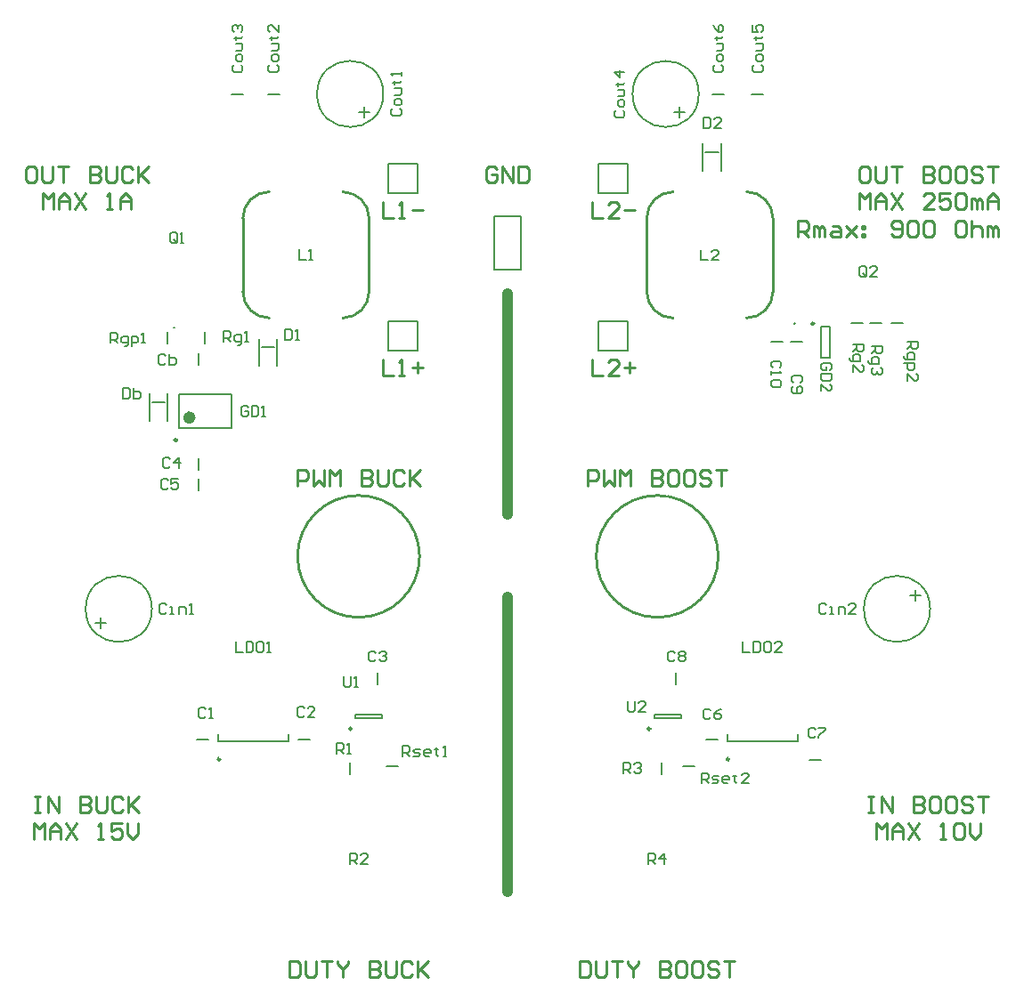
<source format=gto>
G04 Layer_Color=65535*
%FSLAX44Y44*%
%MOMM*%
G71*
G01*
G75*
%ADD20C,0.6000*%
%ADD21C,0.2540*%
%ADD22C,1.0000*%
%ADD33C,0.2000*%
%ADD34C,0.2500*%
%ADD35C,0.1500*%
G36*
X683230Y1168427D02*
X683512Y1168146D01*
X683664Y1167778D01*
Y1167580D01*
Y1167381D01*
X683512Y1167013D01*
X683230Y1166732D01*
X682863Y1166580D01*
X682465D01*
X682097Y1166732D01*
X681816Y1167013D01*
X681664Y1167381D01*
Y1167580D01*
Y1167778D01*
X681816Y1168146D01*
X682097Y1168427D01*
X682465Y1168580D01*
X682863D01*
X683230Y1168427D01*
D02*
G37*
G36*
X1273230Y1172427D02*
X1273512Y1172146D01*
X1273664Y1171778D01*
Y1171580D01*
Y1171381D01*
X1273512Y1171013D01*
X1273230Y1170732D01*
X1272863Y1170580D01*
X1272465D01*
X1272097Y1170732D01*
X1271816Y1171013D01*
X1271664Y1171381D01*
Y1171580D01*
Y1171778D01*
X1271816Y1172146D01*
X1272097Y1172427D01*
X1272465Y1172580D01*
X1272863D01*
X1273230Y1172427D01*
D02*
G37*
D20*
X700000Y1082000D02*
G03*
X700000Y1082000I-3000J0D01*
G01*
D21*
X1252000Y1271850D02*
G03*
X1227000Y1296850I-25000J0D01*
G01*
X1132000Y1201850D02*
G03*
X1157000Y1176850I25000J0D01*
G01*
X1227000D02*
G03*
X1252000Y1201850I0J25000D01*
G01*
X1157000Y1296850D02*
G03*
X1132000Y1271850I0J-25000D01*
G01*
X868000D02*
G03*
X843000Y1296850I-25000J0D01*
G01*
X748000Y1201850D02*
G03*
X773000Y1176850I25000J0D01*
G01*
X843000D02*
G03*
X868000Y1201850I0J25000D01*
G01*
X773000Y1296850D02*
G03*
X748000Y1271850I0J-25000D01*
G01*
X1200000Y950000D02*
G03*
X1200000Y950000I-58000J0D01*
G01*
X916000D02*
G03*
X916000Y950000I-58000J0D01*
G01*
X1252000Y1201850D02*
Y1271850D01*
X1132000Y1201850D02*
Y1271850D01*
X868000Y1201850D02*
Y1271850D01*
X748000Y1201850D02*
Y1271850D01*
X1079754Y1287267D02*
Y1272032D01*
X1089911D01*
X1105146D02*
X1094989D01*
X1105146Y1282189D01*
Y1284728D01*
X1102607Y1287267D01*
X1097528D01*
X1094989Y1284728D01*
X1110224Y1279650D02*
X1120381D01*
X1079754Y1137407D02*
Y1122172D01*
X1089911D01*
X1105146D02*
X1094989D01*
X1105146Y1132329D01*
Y1134868D01*
X1102607Y1137407D01*
X1097528D01*
X1094989Y1134868D01*
X1110224Y1129790D02*
X1120381D01*
X1115303Y1134868D02*
Y1124711D01*
X880872Y1287267D02*
Y1272032D01*
X891029D01*
X896107D02*
X901185D01*
X898646D01*
Y1287267D01*
X896107Y1284728D01*
X908803Y1279650D02*
X918960D01*
X880872Y1137407D02*
Y1122172D01*
X891029D01*
X896107D02*
X901185D01*
X898646D01*
Y1137407D01*
X896107Y1134868D01*
X908803Y1129790D02*
X918960D01*
X913881Y1134868D02*
Y1124711D01*
X1075944Y1017016D02*
Y1032251D01*
X1083561D01*
X1086101Y1029712D01*
Y1024633D01*
X1083561Y1022094D01*
X1075944D01*
X1091179Y1032251D02*
Y1017016D01*
X1096257Y1022094D01*
X1101336Y1017016D01*
Y1032251D01*
X1106414Y1017016D02*
Y1032251D01*
X1111492Y1027173D01*
X1116571Y1032251D01*
Y1017016D01*
X1136884Y1032251D02*
Y1017016D01*
X1144502D01*
X1147041Y1019555D01*
Y1022094D01*
X1144502Y1024633D01*
X1136884D01*
X1144502D01*
X1147041Y1027173D01*
Y1029712D01*
X1144502Y1032251D01*
X1136884D01*
X1159737D02*
X1154659D01*
X1152119Y1029712D01*
Y1019555D01*
X1154659Y1017016D01*
X1159737D01*
X1162276Y1019555D01*
Y1029712D01*
X1159737Y1032251D01*
X1174972D02*
X1169894D01*
X1167354Y1029712D01*
Y1019555D01*
X1169894Y1017016D01*
X1174972D01*
X1177511Y1019555D01*
Y1029712D01*
X1174972Y1032251D01*
X1192746Y1029712D02*
X1190207Y1032251D01*
X1185129D01*
X1182589Y1029712D01*
Y1027173D01*
X1185129Y1024633D01*
X1190207D01*
X1192746Y1022094D01*
Y1019555D01*
X1190207Y1017016D01*
X1185129D01*
X1182589Y1019555D01*
X1197825Y1032251D02*
X1207981D01*
X1202903D01*
Y1017016D01*
X799592D02*
Y1032251D01*
X807209D01*
X809749Y1029712D01*
Y1024633D01*
X807209Y1022094D01*
X799592D01*
X814827Y1032251D02*
Y1017016D01*
X819905Y1022094D01*
X824984Y1017016D01*
Y1032251D01*
X830062Y1017016D02*
Y1032251D01*
X835141Y1027173D01*
X840219Y1032251D01*
Y1017016D01*
X860532Y1032251D02*
Y1017016D01*
X868150D01*
X870689Y1019555D01*
Y1022094D01*
X868150Y1024633D01*
X860532D01*
X868150D01*
X870689Y1027173D01*
Y1029712D01*
X868150Y1032251D01*
X860532D01*
X875767D02*
Y1019555D01*
X878307Y1017016D01*
X883385D01*
X885924Y1019555D01*
Y1032251D01*
X901159Y1029712D02*
X898620Y1032251D01*
X893542D01*
X891002Y1029712D01*
Y1019555D01*
X893542Y1017016D01*
X898620D01*
X901159Y1019555D01*
X906237Y1032251D02*
Y1017016D01*
Y1022094D01*
X916394Y1032251D01*
X908777Y1024633D01*
X916394Y1017016D01*
X558038Y1280668D02*
Y1295903D01*
X563116Y1290825D01*
X568195Y1295903D01*
Y1280668D01*
X573273D02*
Y1290825D01*
X578351Y1295903D01*
X583430Y1290825D01*
Y1280668D01*
Y1288286D01*
X573273D01*
X588508Y1295903D02*
X598665Y1280668D01*
Y1295903D02*
X588508Y1280668D01*
X618978D02*
X624057D01*
X621517D01*
Y1295903D01*
X618978Y1293364D01*
X631674Y1280668D02*
Y1290825D01*
X636753Y1295903D01*
X641831Y1290825D01*
Y1280668D01*
Y1288286D01*
X631674D01*
X549146Y1321303D02*
X544067D01*
X541528Y1318764D01*
Y1308607D01*
X544067Y1306068D01*
X549146D01*
X551685Y1308607D01*
Y1318764D01*
X549146Y1321303D01*
X556763D02*
Y1308607D01*
X559302Y1306068D01*
X564381D01*
X566920Y1308607D01*
Y1321303D01*
X571998D02*
X582155D01*
X577076D01*
Y1306068D01*
X602468Y1321303D02*
Y1306068D01*
X610086D01*
X612625Y1308607D01*
Y1311146D01*
X610086Y1313685D01*
X602468D01*
X610086D01*
X612625Y1316225D01*
Y1318764D01*
X610086Y1321303D01*
X602468D01*
X617703D02*
Y1308607D01*
X620243Y1306068D01*
X625321D01*
X627860Y1308607D01*
Y1321303D01*
X643095Y1318764D02*
X640556Y1321303D01*
X635478D01*
X632938Y1318764D01*
Y1308607D01*
X635478Y1306068D01*
X640556D01*
X643095Y1308607D01*
X648174Y1321303D02*
Y1306068D01*
Y1311146D01*
X658330Y1321303D01*
X650713Y1313685D01*
X658330Y1306068D01*
X1334008Y1280668D02*
Y1295903D01*
X1339086Y1290825D01*
X1344165Y1295903D01*
Y1280668D01*
X1349243D02*
Y1290825D01*
X1354321Y1295903D01*
X1359400Y1290825D01*
Y1280668D01*
Y1288286D01*
X1349243D01*
X1364478Y1295903D02*
X1374635Y1280668D01*
Y1295903D02*
X1364478Y1280668D01*
X1405105D02*
X1394948D01*
X1405105Y1290825D01*
Y1293364D01*
X1402566Y1295903D01*
X1397487D01*
X1394948Y1293364D01*
X1420340Y1295903D02*
X1410183D01*
Y1288286D01*
X1415262Y1290825D01*
X1417801D01*
X1420340Y1288286D01*
Y1283207D01*
X1417801Y1280668D01*
X1412722D01*
X1410183Y1283207D01*
X1425418Y1293364D02*
X1427958Y1295903D01*
X1433036D01*
X1435575Y1293364D01*
Y1283207D01*
X1433036Y1280668D01*
X1427958D01*
X1425418Y1283207D01*
Y1293364D01*
X1440654Y1280668D02*
Y1290825D01*
X1443193D01*
X1445732Y1288286D01*
Y1280668D01*
Y1288286D01*
X1448271Y1290825D01*
X1450810Y1288286D01*
Y1280668D01*
X1455889D02*
Y1290825D01*
X1460967Y1295903D01*
X1466045Y1290825D01*
Y1280668D01*
Y1288286D01*
X1455889D01*
X1341626Y1321303D02*
X1336547D01*
X1334008Y1318764D01*
Y1308607D01*
X1336547Y1306068D01*
X1341626D01*
X1344165Y1308607D01*
Y1318764D01*
X1341626Y1321303D01*
X1349243D02*
Y1308607D01*
X1351782Y1306068D01*
X1356861D01*
X1359400Y1308607D01*
Y1321303D01*
X1364478D02*
X1374635D01*
X1369556D01*
Y1306068D01*
X1394948Y1321303D02*
Y1306068D01*
X1402566D01*
X1405105Y1308607D01*
Y1311146D01*
X1402566Y1313685D01*
X1394948D01*
X1402566D01*
X1405105Y1316225D01*
Y1318764D01*
X1402566Y1321303D01*
X1394948D01*
X1417801D02*
X1412722D01*
X1410183Y1318764D01*
Y1308607D01*
X1412722Y1306068D01*
X1417801D01*
X1420340Y1308607D01*
Y1318764D01*
X1417801Y1321303D01*
X1433036D02*
X1427958D01*
X1425418Y1318764D01*
Y1308607D01*
X1427958Y1306068D01*
X1433036D01*
X1435575Y1308607D01*
Y1318764D01*
X1433036Y1321303D01*
X1450810Y1318764D02*
X1448271Y1321303D01*
X1443193D01*
X1440654Y1318764D01*
Y1316225D01*
X1443193Y1313685D01*
X1448271D01*
X1450810Y1311146D01*
Y1308607D01*
X1448271Y1306068D01*
X1443193D01*
X1440654Y1308607D01*
X1455889Y1321303D02*
X1466045D01*
X1460967D01*
Y1306068D01*
X989835Y1318764D02*
X987296Y1321303D01*
X982217D01*
X979678Y1318764D01*
Y1308607D01*
X982217Y1306068D01*
X987296D01*
X989835Y1308607D01*
Y1313685D01*
X984756D01*
X994913Y1306068D02*
Y1321303D01*
X1005070Y1306068D01*
Y1321303D01*
X1010148D02*
Y1306068D01*
X1017766D01*
X1020305Y1308607D01*
Y1318764D01*
X1017766Y1321303D01*
X1010148D01*
X1350518Y680720D02*
Y695955D01*
X1355596Y690877D01*
X1360675Y695955D01*
Y680720D01*
X1365753D02*
Y690877D01*
X1370831Y695955D01*
X1375910Y690877D01*
Y680720D01*
Y688337D01*
X1365753D01*
X1380988Y695955D02*
X1391145Y680720D01*
Y695955D02*
X1380988Y680720D01*
X1411458D02*
X1416537D01*
X1413997D01*
Y695955D01*
X1411458Y693416D01*
X1424154D02*
X1426693Y695955D01*
X1431772D01*
X1434311Y693416D01*
Y683259D01*
X1431772Y680720D01*
X1426693D01*
X1424154Y683259D01*
Y693416D01*
X1439389Y695955D02*
Y685798D01*
X1444468Y680720D01*
X1449546Y685798D01*
Y695955D01*
X1342898Y721355D02*
X1347976D01*
X1345437D01*
Y706120D01*
X1342898D01*
X1347976D01*
X1355594D02*
Y721355D01*
X1365751Y706120D01*
Y721355D01*
X1386064D02*
Y706120D01*
X1393682D01*
X1396221Y708659D01*
Y711198D01*
X1393682Y713737D01*
X1386064D01*
X1393682D01*
X1396221Y716277D01*
Y718816D01*
X1393682Y721355D01*
X1386064D01*
X1408917D02*
X1403838D01*
X1401299Y718816D01*
Y708659D01*
X1403838Y706120D01*
X1408917D01*
X1411456Y708659D01*
Y718816D01*
X1408917Y721355D01*
X1424152D02*
X1419073D01*
X1416534Y718816D01*
Y708659D01*
X1419073Y706120D01*
X1424152D01*
X1426691Y708659D01*
Y718816D01*
X1424152Y721355D01*
X1441926Y718816D02*
X1439387Y721355D01*
X1434308D01*
X1431769Y718816D01*
Y716277D01*
X1434308Y713737D01*
X1439387D01*
X1441926Y711198D01*
Y708659D01*
X1439387Y706120D01*
X1434308D01*
X1431769Y708659D01*
X1447004Y721355D02*
X1457161D01*
X1452083D01*
Y706120D01*
X549148Y680720D02*
Y695955D01*
X554226Y690877D01*
X559305Y695955D01*
Y680720D01*
X564383D02*
Y690877D01*
X569461Y695955D01*
X574540Y690877D01*
Y680720D01*
Y688337D01*
X564383D01*
X579618Y695955D02*
X589775Y680720D01*
Y695955D02*
X579618Y680720D01*
X610088D02*
X615167D01*
X612627D01*
Y695955D01*
X610088Y693416D01*
X632941Y695955D02*
X622784D01*
Y688337D01*
X627863Y690877D01*
X630402D01*
X632941Y688337D01*
Y683259D01*
X630402Y680720D01*
X625323D01*
X622784Y683259D01*
X638019Y695955D02*
Y685798D01*
X643098Y680720D01*
X648176Y685798D01*
Y695955D01*
X550418Y721355D02*
X555496D01*
X552957D01*
Y706120D01*
X550418D01*
X555496D01*
X563114D02*
Y721355D01*
X573271Y706120D01*
Y721355D01*
X593584D02*
Y706120D01*
X601202D01*
X603741Y708659D01*
Y711198D01*
X601202Y713737D01*
X593584D01*
X601202D01*
X603741Y716277D01*
Y718816D01*
X601202Y721355D01*
X593584D01*
X608819D02*
Y708659D01*
X611358Y706120D01*
X616437D01*
X618976Y708659D01*
Y721355D01*
X634211Y718816D02*
X631672Y721355D01*
X626593D01*
X624054Y718816D01*
Y708659D01*
X626593Y706120D01*
X631672D01*
X634211Y708659D01*
X639289Y721355D02*
Y706120D01*
Y711198D01*
X649446Y721355D01*
X641828Y713737D01*
X649446Y706120D01*
X1068452Y565235D02*
Y550000D01*
X1076070D01*
X1078609Y552539D01*
Y562696D01*
X1076070Y565235D01*
X1068452D01*
X1083687D02*
Y552539D01*
X1086226Y550000D01*
X1091305D01*
X1093844Y552539D01*
Y565235D01*
X1098922D02*
X1109079D01*
X1104000D01*
Y550000D01*
X1114157Y565235D02*
Y562696D01*
X1119236Y557617D01*
X1124314Y562696D01*
Y565235D01*
X1119236Y557617D02*
Y550000D01*
X1144627Y565235D02*
Y550000D01*
X1152245D01*
X1154784Y552539D01*
Y555078D01*
X1152245Y557617D01*
X1144627D01*
X1152245D01*
X1154784Y560157D01*
Y562696D01*
X1152245Y565235D01*
X1144627D01*
X1167480D02*
X1162402D01*
X1159863Y562696D01*
Y552539D01*
X1162402Y550000D01*
X1167480D01*
X1170019Y552539D01*
Y562696D01*
X1167480Y565235D01*
X1182715D02*
X1177637D01*
X1175098Y562696D01*
Y552539D01*
X1177637Y550000D01*
X1182715D01*
X1185254Y552539D01*
Y562696D01*
X1182715Y565235D01*
X1200489Y562696D02*
X1197950Y565235D01*
X1192872D01*
X1190333Y562696D01*
Y560157D01*
X1192872Y557617D01*
X1197950D01*
X1200489Y555078D01*
Y552539D01*
X1197950Y550000D01*
X1192872D01*
X1190333Y552539D01*
X1205568Y565235D02*
X1215724D01*
X1210646D01*
Y550000D01*
X792098Y565235D02*
Y550000D01*
X799715D01*
X802255Y552539D01*
Y562696D01*
X799715Y565235D01*
X792098D01*
X807333D02*
Y552539D01*
X809872Y550000D01*
X814951D01*
X817490Y552539D01*
Y565235D01*
X822568D02*
X832725D01*
X827646D01*
Y550000D01*
X837803Y565235D02*
Y562696D01*
X842882Y557617D01*
X847960Y562696D01*
Y565235D01*
X842882Y557617D02*
Y550000D01*
X868273Y565235D02*
Y550000D01*
X875891D01*
X878430Y552539D01*
Y555078D01*
X875891Y557617D01*
X868273D01*
X875891D01*
X878430Y560157D01*
Y562696D01*
X875891Y565235D01*
X868273D01*
X883508D02*
Y552539D01*
X886048Y550000D01*
X891126D01*
X893665Y552539D01*
Y565235D01*
X908900Y562696D02*
X906361Y565235D01*
X901283D01*
X898744Y562696D01*
Y552539D01*
X901283Y550000D01*
X906361D01*
X908900Y552539D01*
X913979Y565235D02*
Y550000D01*
Y555078D01*
X924135Y565235D01*
X916518Y557617D01*
X924135Y550000D01*
X1276000Y1254000D02*
Y1269235D01*
X1283618D01*
X1286157Y1266696D01*
Y1261618D01*
X1283618Y1259078D01*
X1276000D01*
X1281078D02*
X1286157Y1254000D01*
X1291235D02*
Y1264157D01*
X1293774D01*
X1296313Y1261618D01*
Y1254000D01*
Y1261618D01*
X1298853Y1264157D01*
X1301392Y1261618D01*
Y1254000D01*
X1309009Y1264157D02*
X1314088D01*
X1316627Y1261618D01*
Y1254000D01*
X1309009D01*
X1306470Y1256539D01*
X1309009Y1259078D01*
X1316627D01*
X1321705Y1264157D02*
X1331862Y1254000D01*
X1326784Y1259078D01*
X1331862Y1264157D01*
X1321705Y1254000D01*
X1336940Y1264157D02*
X1339480D01*
Y1261618D01*
X1336940D01*
Y1264157D01*
Y1256539D02*
X1339480D01*
Y1254000D01*
X1336940D01*
Y1256539D01*
X1364871D02*
X1367410Y1254000D01*
X1372489D01*
X1375028Y1256539D01*
Y1266696D01*
X1372489Y1269235D01*
X1367410D01*
X1364871Y1266696D01*
Y1264157D01*
X1367410Y1261618D01*
X1375028D01*
X1380106Y1266696D02*
X1382646Y1269235D01*
X1387724D01*
X1390263Y1266696D01*
Y1256539D01*
X1387724Y1254000D01*
X1382646D01*
X1380106Y1256539D01*
Y1266696D01*
X1395341D02*
X1397881Y1269235D01*
X1402959D01*
X1405498Y1266696D01*
Y1256539D01*
X1402959Y1254000D01*
X1397881D01*
X1395341Y1256539D01*
Y1266696D01*
X1433429Y1269235D02*
X1428351D01*
X1425811Y1266696D01*
Y1256539D01*
X1428351Y1254000D01*
X1433429D01*
X1435968Y1256539D01*
Y1266696D01*
X1433429Y1269235D01*
X1441047D02*
Y1254000D01*
Y1261618D01*
X1443586Y1264157D01*
X1448664D01*
X1451203Y1261618D01*
Y1254000D01*
X1456282D02*
Y1264157D01*
X1458821D01*
X1461360Y1261618D01*
Y1254000D01*
Y1261618D01*
X1463899Y1264157D01*
X1466438Y1261618D01*
Y1254000D01*
D22*
X1000000Y990000D02*
Y1200000D01*
X1000000Y631000D02*
Y911000D01*
D33*
X881500Y1390000D02*
G03*
X881500Y1390000I-31500J0D01*
G01*
X661500Y900000D02*
G03*
X661500Y900000I-31500J0D01*
G01*
X1401500D02*
G03*
X1401500Y900000I-31500J0D01*
G01*
X1181500Y1390000D02*
G03*
X1181500Y1390000I-31500J0D01*
G01*
X886000Y1324000D02*
X914000D01*
X914000Y1296000D02*
Y1324000D01*
X886000Y1296000D02*
X914000D01*
X886000Y1296000D02*
Y1324000D01*
X1086000D02*
X1114000D01*
X1114000Y1296000D02*
Y1324000D01*
X1086000Y1296000D02*
X1114000D01*
X1086000Y1296000D02*
Y1324000D01*
X863000Y1367670D02*
Y1377830D01*
X857920Y1372750D02*
X868080D01*
X607670Y887000D02*
X617830D01*
X612750Y881920D02*
Y892080D01*
X1382170Y913000D02*
X1392330D01*
X1387250Y907920D02*
Y918080D01*
X1163000Y1367670D02*
Y1377830D01*
X1157920Y1372750D02*
X1168080D01*
X886000Y1174000D02*
X914000D01*
X914000Y1146000D02*
Y1174000D01*
X886000Y1146000D02*
X914000D01*
X886000Y1146000D02*
Y1174000D01*
X1086000D02*
X1114000D01*
X1114000Y1146000D02*
Y1174000D01*
X1086000Y1146000D02*
X1114000D01*
X1086000Y1146000D02*
Y1174000D01*
X1298000Y1169000D02*
X1306000D01*
X1298000Y1139000D02*
X1306000D01*
X1298000D02*
Y1169000D01*
X1306000Y1139000D02*
Y1169000D01*
X766000Y1149002D02*
X778000D01*
X763500Y1131000D02*
Y1157000D01*
X780500Y1131000D02*
Y1157000D01*
X662000Y1097002D02*
X674000D01*
X659500Y1079000D02*
Y1105000D01*
X676500Y1079000D02*
Y1105000D01*
X1188000Y1335002D02*
X1200000D01*
X1185500Y1317000D02*
Y1343000D01*
X1202500Y1317000D02*
Y1343000D01*
X1139300Y799500D02*
X1164700D01*
X1139300Y796500D02*
X1164700D01*
Y799500D01*
X1139300Y796500D02*
Y799500D01*
X855300D02*
X880700D01*
X855300Y796500D02*
X880700D01*
Y799500D01*
X855300Y796500D02*
Y799500D01*
X676000Y1152500D02*
Y1163500D01*
X1231835Y1390001D02*
X1242834D01*
X1194500D02*
X1205500D01*
X737164Y1390000D02*
X748164D01*
X771832D02*
X782832D01*
X850000Y742500D02*
Y753500D01*
X724500Y774500D02*
Y781000D01*
X791500Y774500D02*
Y781000D01*
X724500Y774500D02*
X791500D01*
X1208500D02*
Y781000D01*
X1275500Y774500D02*
Y781000D01*
X1208500Y774500D02*
X1275500D01*
X800500Y776000D02*
X811500D01*
X704500D02*
X715500D01*
X1166500Y750000D02*
X1177500D01*
X1160000Y828500D02*
Y839500D01*
X876000Y828500D02*
Y839500D01*
X1146000Y742500D02*
Y753500D01*
X706000Y1012500D02*
Y1023500D01*
Y1032500D02*
Y1043500D01*
X712000Y1152500D02*
Y1163500D01*
X706000Y1132500D02*
Y1143500D01*
X1326500Y1172000D02*
X1337500D01*
X1364500Y1172000D02*
X1375500D01*
X1344500Y1172000D02*
X1355500D01*
X1250500Y1154000D02*
X1261500D01*
X1268500D02*
X1279500D01*
X1188500Y776000D02*
X1199500D01*
X884500Y750000D02*
X895500D01*
X687000Y1072000D02*
X737000D01*
X687000Y1104000D02*
X737000D01*
X687000Y1072000D02*
Y1104000D01*
X737000Y1072000D02*
Y1104000D01*
X1286500Y756000D02*
X1297500D01*
X1012700Y1222500D02*
Y1273300D01*
X987300D02*
X1012700D01*
X987300Y1222500D02*
Y1273300D01*
Y1222500D02*
X1012700D01*
D34*
X1291250Y1171500D02*
G03*
X1291250Y1171500I-1250J0D01*
G01*
X1135500Y786000D02*
G03*
X1135500Y786000I-1250J0D01*
G01*
X851500D02*
G03*
X851500Y786000I-1250J0D01*
G01*
X726450Y757000D02*
G03*
X726450Y757000I-1250J0D01*
G01*
X1210450D02*
G03*
X1210450Y757000I-1250J0D01*
G01*
X685450Y1060750D02*
G03*
X685450Y1060750I-1250J0D01*
G01*
D35*
X1102665Y1374200D02*
X1100999Y1372534D01*
Y1369202D01*
X1102665Y1367536D01*
X1109330D01*
X1110996Y1369202D01*
Y1372534D01*
X1109330Y1374200D01*
X1110996Y1379199D02*
Y1382531D01*
X1109330Y1384197D01*
X1105998D01*
X1104332Y1382531D01*
Y1379199D01*
X1105998Y1377533D01*
X1109330D01*
X1110996Y1379199D01*
X1104332Y1387530D02*
X1109330D01*
X1110996Y1389196D01*
Y1394194D01*
X1104332D01*
X1102665Y1399193D02*
X1104332D01*
Y1397526D01*
Y1400859D01*
Y1399193D01*
X1109330D01*
X1110996Y1400859D01*
Y1410855D02*
X1100999D01*
X1105998Y1405857D01*
Y1412522D01*
X622000Y1153000D02*
Y1162997D01*
X626998D01*
X628665Y1161331D01*
Y1157998D01*
X626998Y1156332D01*
X622000D01*
X625332D02*
X628665Y1153000D01*
X635329Y1149668D02*
X636995D01*
X638661Y1151334D01*
Y1159665D01*
X633663D01*
X631997Y1157998D01*
Y1154666D01*
X633663Y1153000D01*
X638661D01*
X641994Y1149668D02*
Y1159665D01*
X646992D01*
X648658Y1157998D01*
Y1154666D01*
X646992Y1153000D01*
X641994D01*
X651990D02*
X655323D01*
X653656D01*
Y1162997D01*
X651990Y1161331D01*
X1380000Y1154000D02*
X1389997D01*
Y1149002D01*
X1388331Y1147336D01*
X1384998D01*
X1383332Y1149002D01*
Y1154000D01*
Y1150668D02*
X1380000Y1147336D01*
X1376668Y1140671D02*
Y1139005D01*
X1378334Y1137339D01*
X1386664D01*
Y1142337D01*
X1384998Y1144003D01*
X1381666D01*
X1380000Y1142337D01*
Y1137339D01*
X1376668Y1134006D02*
X1386664D01*
Y1129008D01*
X1384998Y1127342D01*
X1381666D01*
X1380000Y1129008D01*
Y1134006D01*
Y1117345D02*
Y1124010D01*
X1386664Y1117345D01*
X1388331D01*
X1389997Y1119011D01*
Y1122344D01*
X1388331Y1124010D01*
X1302572Y903427D02*
X1300906Y905093D01*
X1297574D01*
X1295908Y903427D01*
Y896762D01*
X1297574Y895096D01*
X1300906D01*
X1302572Y896762D01*
X1305905Y895096D02*
X1309237D01*
X1307571D01*
Y901760D01*
X1305905D01*
X1314235Y895096D02*
Y901760D01*
X1319234D01*
X1320900Y900094D01*
Y895096D01*
X1330897D02*
X1324232D01*
X1330897Y901760D01*
Y903427D01*
X1329231Y905093D01*
X1325898D01*
X1324232Y903427D01*
X675701D02*
X674034Y905093D01*
X670702D01*
X669036Y903427D01*
Y896762D01*
X670702Y895096D01*
X674034D01*
X675701Y896762D01*
X679033Y895096D02*
X682365D01*
X680699D01*
Y901760D01*
X679033D01*
X687363Y895096D02*
Y901760D01*
X692362D01*
X694028Y900094D01*
Y895096D01*
X697360D02*
X700693D01*
X699026D01*
Y905093D01*
X697360Y903427D01*
X1258331Y1129335D02*
X1259997Y1131002D01*
Y1134334D01*
X1258331Y1136000D01*
X1251666D01*
X1250000Y1134334D01*
Y1131002D01*
X1251666Y1129335D01*
X1250000Y1126003D02*
Y1122671D01*
Y1124337D01*
X1259997D01*
X1258331Y1126003D01*
Y1117673D02*
X1259997Y1116006D01*
Y1112674D01*
X1258331Y1111008D01*
X1251666D01*
X1250000Y1112674D01*
Y1116006D01*
X1251666Y1117673D01*
X1258331D01*
X676665Y1022331D02*
X674998Y1023997D01*
X671666D01*
X670000Y1022331D01*
Y1015666D01*
X671666Y1014000D01*
X674998D01*
X676665Y1015666D01*
X686661Y1023997D02*
X679997D01*
Y1018998D01*
X683329Y1020665D01*
X684995D01*
X686661Y1018998D01*
Y1015666D01*
X684995Y1014000D01*
X681663D01*
X679997Y1015666D01*
X1196573Y1417634D02*
X1194907Y1415968D01*
Y1412636D01*
X1196573Y1410970D01*
X1203238D01*
X1204904Y1412636D01*
Y1415968D01*
X1203238Y1417634D01*
X1204904Y1422633D02*
Y1425965D01*
X1203238Y1427631D01*
X1199906D01*
X1198240Y1425965D01*
Y1422633D01*
X1199906Y1420967D01*
X1203238D01*
X1204904Y1422633D01*
X1198240Y1430964D02*
X1203238D01*
X1204904Y1432630D01*
Y1437628D01*
X1198240D01*
X1196573Y1442626D02*
X1198240D01*
Y1440960D01*
Y1444293D01*
Y1442626D01*
X1203238D01*
X1204904Y1444293D01*
X1194907Y1455956D02*
X1196573Y1452623D01*
X1199906Y1449291D01*
X1203238D01*
X1204904Y1450957D01*
Y1454289D01*
X1203238Y1455956D01*
X1201572D01*
X1199906Y1454289D01*
Y1449291D01*
X739445Y1417634D02*
X737779Y1415968D01*
Y1412636D01*
X739445Y1410970D01*
X746110D01*
X747776Y1412636D01*
Y1415968D01*
X746110Y1417634D01*
X747776Y1422633D02*
Y1425965D01*
X746110Y1427631D01*
X742778D01*
X741112Y1425965D01*
Y1422633D01*
X742778Y1420967D01*
X746110D01*
X747776Y1422633D01*
X741112Y1430964D02*
X746110D01*
X747776Y1432630D01*
Y1437628D01*
X741112D01*
X739445Y1442626D02*
X741112D01*
Y1440960D01*
Y1444293D01*
Y1442626D01*
X746110D01*
X747776Y1444293D01*
X739445Y1449291D02*
X737779Y1450957D01*
Y1454289D01*
X739445Y1455956D01*
X741112D01*
X742778Y1454289D01*
Y1452623D01*
Y1454289D01*
X744444Y1455956D01*
X746110D01*
X747776Y1454289D01*
Y1450957D01*
X746110Y1449291D01*
X1233911Y1417634D02*
X1232245Y1415968D01*
Y1412636D01*
X1233911Y1410970D01*
X1240576D01*
X1242242Y1412636D01*
Y1415968D01*
X1240576Y1417634D01*
X1242242Y1422633D02*
Y1425965D01*
X1240576Y1427631D01*
X1237244D01*
X1235577Y1425965D01*
Y1422633D01*
X1237244Y1420967D01*
X1240576D01*
X1242242Y1422633D01*
X1235577Y1430964D02*
X1240576D01*
X1242242Y1432630D01*
Y1437628D01*
X1235577D01*
X1233911Y1442626D02*
X1235577D01*
Y1440960D01*
Y1444293D01*
Y1442626D01*
X1240576D01*
X1242242Y1444293D01*
X1232245Y1455956D02*
Y1449291D01*
X1237244D01*
X1235577Y1452623D01*
Y1454289D01*
X1237244Y1455956D01*
X1240576D01*
X1242242Y1454289D01*
Y1450957D01*
X1240576Y1449291D01*
X773989Y1417634D02*
X772323Y1415968D01*
Y1412636D01*
X773989Y1410970D01*
X780654D01*
X782320Y1412636D01*
Y1415968D01*
X780654Y1417634D01*
X782320Y1422633D02*
Y1425965D01*
X780654Y1427631D01*
X777322D01*
X775656Y1425965D01*
Y1422633D01*
X777322Y1420967D01*
X780654D01*
X782320Y1422633D01*
X775656Y1430964D02*
X780654D01*
X782320Y1432630D01*
Y1437628D01*
X775656D01*
X773989Y1442626D02*
X775656D01*
Y1440960D01*
Y1444293D01*
Y1442626D01*
X780654D01*
X782320Y1444293D01*
Y1455956D02*
Y1449291D01*
X775656Y1455956D01*
X773989D01*
X772323Y1454289D01*
Y1450957D01*
X773989Y1449291D01*
X890829Y1375724D02*
X889163Y1374058D01*
Y1370726D01*
X890829Y1369060D01*
X897494D01*
X899160Y1370726D01*
Y1374058D01*
X897494Y1375724D01*
X899160Y1380723D02*
Y1384055D01*
X897494Y1385721D01*
X894162D01*
X892495Y1384055D01*
Y1380723D01*
X894162Y1379057D01*
X897494D01*
X899160Y1380723D01*
X892495Y1389054D02*
X897494D01*
X899160Y1390720D01*
Y1395718D01*
X892495D01*
X890829Y1400717D02*
X892495D01*
Y1399050D01*
Y1402383D01*
Y1400717D01*
X897494D01*
X899160Y1402383D01*
Y1407381D02*
Y1410713D01*
Y1409047D01*
X889163D01*
X890829Y1407381D01*
X674665Y1140331D02*
X672998Y1141997D01*
X669666D01*
X668000Y1140331D01*
Y1133666D01*
X669666Y1132000D01*
X672998D01*
X674665Y1133666D01*
X677997Y1141997D02*
Y1132000D01*
X682995D01*
X684661Y1133666D01*
Y1135332D01*
Y1136998D01*
X682995Y1138664D01*
X677997D01*
X1278331Y1115335D02*
X1279997Y1117002D01*
Y1120334D01*
X1278331Y1122000D01*
X1271666D01*
X1270000Y1120334D01*
Y1117002D01*
X1271666Y1115335D01*
Y1112003D02*
X1270000Y1110337D01*
Y1107005D01*
X1271666Y1105339D01*
X1278331D01*
X1279997Y1107005D01*
Y1110337D01*
X1278331Y1112003D01*
X1276665D01*
X1274998Y1110337D01*
Y1105339D01*
X1158664Y858331D02*
X1156998Y859997D01*
X1153666D01*
X1152000Y858331D01*
Y851666D01*
X1153666Y850000D01*
X1156998D01*
X1158664Y851666D01*
X1161997Y858331D02*
X1163663Y859997D01*
X1166995D01*
X1168661Y858331D01*
Y856665D01*
X1166995Y854998D01*
X1168661Y853332D01*
Y851666D01*
X1166995Y850000D01*
X1163663D01*
X1161997Y851666D01*
Y853332D01*
X1163663Y854998D01*
X1161997Y856665D01*
Y858331D01*
X1163663Y854998D02*
X1166995D01*
X1292222Y785507D02*
X1290556Y787173D01*
X1287224D01*
X1285558Y785507D01*
Y778842D01*
X1287224Y777176D01*
X1290556D01*
X1292222Y778842D01*
X1295555Y787173D02*
X1302219D01*
Y785507D01*
X1295555Y778842D01*
Y777176D01*
X1192664Y803331D02*
X1190998Y804997D01*
X1187666D01*
X1186000Y803331D01*
Y796666D01*
X1187666Y795000D01*
X1190998D01*
X1192664Y796666D01*
X1202661Y804997D02*
X1199329Y803331D01*
X1195997Y799998D01*
Y796666D01*
X1197663Y795000D01*
X1200995D01*
X1202661Y796666D01*
Y798332D01*
X1200995Y799998D01*
X1195997D01*
X678664Y1042331D02*
X676998Y1043997D01*
X673666D01*
X672000Y1042331D01*
Y1035666D01*
X673666Y1034000D01*
X676998D01*
X678664Y1035666D01*
X686995Y1034000D02*
Y1043997D01*
X681997Y1038998D01*
X688661D01*
X874665Y858331D02*
X872998Y859997D01*
X869666D01*
X868000Y858331D01*
Y851666D01*
X869666Y850000D01*
X872998D01*
X874665Y851666D01*
X877997Y858331D02*
X879663Y859997D01*
X882995D01*
X884661Y858331D01*
Y856665D01*
X882995Y854998D01*
X881329D01*
X882995D01*
X884661Y853332D01*
Y851666D01*
X882995Y850000D01*
X879663D01*
X877997Y851666D01*
X806256Y805415D02*
X804590Y807081D01*
X801258D01*
X799592Y805415D01*
Y798750D01*
X801258Y797084D01*
X804590D01*
X806256Y798750D01*
X816253Y797084D02*
X809589D01*
X816253Y803749D01*
Y805415D01*
X814587Y807081D01*
X811255D01*
X809589Y805415D01*
X712664Y804331D02*
X710998Y805997D01*
X707666D01*
X706000Y804331D01*
Y797666D01*
X707666Y796000D01*
X710998D01*
X712664Y797666D01*
X715997Y796000D02*
X719329D01*
X717663D01*
Y805997D01*
X715997Y804331D01*
X1223518Y868771D02*
Y858774D01*
X1230182D01*
X1233515Y868771D02*
Y858774D01*
X1238513D01*
X1240179Y860440D01*
Y867105D01*
X1238513Y868771D01*
X1233515D01*
X1248510D02*
X1245178D01*
X1243512Y867105D01*
Y860440D01*
X1245178Y858774D01*
X1248510D01*
X1250176Y860440D01*
Y867105D01*
X1248510Y868771D01*
X1260173Y858774D02*
X1253508D01*
X1260173Y865439D01*
Y867105D01*
X1258507Y868771D01*
X1255174D01*
X1253508Y867105D01*
X741172Y868771D02*
Y858774D01*
X747837D01*
X751169Y868771D02*
Y858774D01*
X756167D01*
X757833Y860440D01*
Y867105D01*
X756167Y868771D01*
X751169D01*
X766164D02*
X762832D01*
X761166Y867105D01*
Y860440D01*
X762832Y858774D01*
X766164D01*
X767830Y860440D01*
Y867105D01*
X766164Y868771D01*
X771162Y858774D02*
X774495D01*
X772829D01*
Y868771D01*
X771162Y867105D01*
X1346000Y1150000D02*
X1355997D01*
Y1145002D01*
X1354331Y1143335D01*
X1350998D01*
X1349332Y1145002D01*
Y1150000D01*
Y1146668D02*
X1346000Y1143335D01*
X1342668Y1136671D02*
Y1135005D01*
X1344334Y1133339D01*
X1352664D01*
Y1138337D01*
X1350998Y1140003D01*
X1347666D01*
X1346000Y1138337D01*
Y1133339D01*
X1354331Y1130006D02*
X1355997Y1128340D01*
Y1125008D01*
X1354331Y1123342D01*
X1352664D01*
X1350998Y1125008D01*
Y1126674D01*
Y1125008D01*
X1349332Y1123342D01*
X1347666D01*
X1346000Y1125008D01*
Y1128340D01*
X1347666Y1130006D01*
X1328000Y1152000D02*
X1337997D01*
Y1147002D01*
X1336331Y1145335D01*
X1332998D01*
X1331332Y1147002D01*
Y1152000D01*
Y1148668D02*
X1328000Y1145335D01*
X1324668Y1138671D02*
Y1137005D01*
X1326334Y1135339D01*
X1334664D01*
Y1140337D01*
X1332998Y1142003D01*
X1329666D01*
X1328000Y1140337D01*
Y1135339D01*
Y1125342D02*
Y1132006D01*
X1334664Y1125342D01*
X1336331D01*
X1337997Y1127008D01*
Y1130340D01*
X1336331Y1132006D01*
X730000Y1154000D02*
Y1163997D01*
X734998D01*
X736665Y1162331D01*
Y1158998D01*
X734998Y1157332D01*
X730000D01*
X733332D02*
X736665Y1154000D01*
X743329Y1150668D02*
X744995D01*
X746661Y1152334D01*
Y1160665D01*
X741663D01*
X739997Y1158998D01*
Y1155666D01*
X741663Y1154000D01*
X746661D01*
X749994D02*
X753326D01*
X751660D01*
Y1163997D01*
X749994Y1162331D01*
X1306331Y1127336D02*
X1307997Y1129002D01*
Y1132334D01*
X1306331Y1134000D01*
X1299666D01*
X1298000Y1132334D01*
Y1129002D01*
X1299666Y1127336D01*
X1302998D01*
Y1130668D01*
X1307997Y1124003D02*
X1298000D01*
Y1119005D01*
X1299666Y1117339D01*
X1306331D01*
X1307997Y1119005D01*
Y1124003D01*
X1298000Y1107342D02*
Y1114006D01*
X1304664Y1107342D01*
X1306331D01*
X1307997Y1109008D01*
Y1112340D01*
X1306331Y1114006D01*
X752916Y1091387D02*
X751250Y1093053D01*
X747918D01*
X746252Y1091387D01*
Y1084722D01*
X747918Y1083056D01*
X751250D01*
X752916Y1084722D01*
Y1088054D01*
X749584D01*
X756249Y1093053D02*
Y1083056D01*
X761247D01*
X762913Y1084722D01*
Y1091387D01*
X761247Y1093053D01*
X756249D01*
X766246Y1083056D02*
X769578D01*
X767912D01*
Y1093053D01*
X766246Y1091387D01*
X1133730Y657606D02*
Y667603D01*
X1138728D01*
X1140395Y665937D01*
Y662604D01*
X1138728Y660938D01*
X1133730D01*
X1137062D02*
X1140395Y657606D01*
X1148725D02*
Y667603D01*
X1143727Y662604D01*
X1150391D01*
X849756Y657606D02*
Y667603D01*
X854754D01*
X856421Y665937D01*
Y662604D01*
X854754Y660938D01*
X849756D01*
X853088D02*
X856421Y657606D01*
X866417D02*
X859753D01*
X866417Y664270D01*
Y665937D01*
X864751Y667603D01*
X861419D01*
X859753Y665937D01*
X1110000Y744000D02*
Y753997D01*
X1114998D01*
X1116665Y752331D01*
Y748998D01*
X1114998Y747332D01*
X1110000D01*
X1113332D02*
X1116665Y744000D01*
X1119997Y752331D02*
X1121663Y753997D01*
X1124995D01*
X1126661Y752331D01*
Y750665D01*
X1124995Y748998D01*
X1123329D01*
X1124995D01*
X1126661Y747332D01*
Y745666D01*
X1124995Y744000D01*
X1121663D01*
X1119997Y745666D01*
X836994Y762600D02*
Y772597D01*
X841993D01*
X843659Y770931D01*
Y767598D01*
X841993Y765932D01*
X836994D01*
X840327D02*
X843659Y762600D01*
X846991D02*
X850323D01*
X848657D01*
Y772597D01*
X846991Y770931D01*
X1184000Y734000D02*
Y743997D01*
X1188998D01*
X1190664Y742330D01*
Y738998D01*
X1188998Y737332D01*
X1184000D01*
X1187332D02*
X1190664Y734000D01*
X1193997D02*
X1198995D01*
X1200661Y735666D01*
X1198995Y737332D01*
X1195663D01*
X1193997Y738998D01*
X1195663Y740664D01*
X1200661D01*
X1208992Y734000D02*
X1205660D01*
X1203994Y735666D01*
Y738998D01*
X1205660Y740664D01*
X1208992D01*
X1210658Y738998D01*
Y737332D01*
X1203994D01*
X1215656Y742330D02*
Y740664D01*
X1213990D01*
X1217322D01*
X1215656D01*
Y735666D01*
X1217322Y734000D01*
X1228985D02*
X1222321D01*
X1228985Y740664D01*
Y742330D01*
X1227319Y743997D01*
X1223987D01*
X1222321Y742330D01*
X900000Y760000D02*
Y769997D01*
X904998D01*
X906665Y768331D01*
Y764998D01*
X904998Y763332D01*
X900000D01*
X903332D02*
X906665Y760000D01*
X909997D02*
X914995D01*
X916661Y761666D01*
X914995Y763332D01*
X911663D01*
X909997Y764998D01*
X911663Y766665D01*
X916661D01*
X924992Y760000D02*
X921660D01*
X919994Y761666D01*
Y764998D01*
X921660Y766665D01*
X924992D01*
X926658Y764998D01*
Y763332D01*
X919994D01*
X931656Y768331D02*
Y766665D01*
X929990D01*
X933323D01*
X931656D01*
Y761666D01*
X933323Y760000D01*
X938321D02*
X941653D01*
X939987D01*
Y769997D01*
X938321Y768331D01*
X1186062Y1367563D02*
Y1357566D01*
X1191060D01*
X1192727Y1359232D01*
Y1365897D01*
X1191060Y1367563D01*
X1186062D01*
X1202723Y1357566D02*
X1196059D01*
X1202723Y1364230D01*
Y1365897D01*
X1201057Y1367563D01*
X1197725D01*
X1196059Y1365897D01*
X634000Y1109997D02*
Y1100000D01*
X638998D01*
X640665Y1101666D01*
Y1108331D01*
X638998Y1109997D01*
X634000D01*
X643997D02*
Y1100000D01*
X648995D01*
X650661Y1101666D01*
Y1103332D01*
Y1104998D01*
X648995Y1106665D01*
X643997D01*
X788000Y1165997D02*
Y1156000D01*
X792998D01*
X794665Y1157666D01*
Y1164331D01*
X792998Y1165997D01*
X788000D01*
X797997Y1156000D02*
X801329D01*
X799663D01*
Y1165997D01*
X797997Y1164331D01*
X1340665Y1217666D02*
Y1224331D01*
X1338998Y1225997D01*
X1335666D01*
X1334000Y1224331D01*
Y1217666D01*
X1335666Y1216000D01*
X1338998D01*
X1337332Y1219332D02*
X1340665Y1216000D01*
X1338998D02*
X1340665Y1217666D01*
X1350661Y1216000D02*
X1343997D01*
X1350661Y1222664D01*
Y1224331D01*
X1348995Y1225997D01*
X1345663D01*
X1343997Y1224331D01*
X685192Y1249796D02*
Y1256461D01*
X683526Y1258127D01*
X680194D01*
X678528Y1256461D01*
Y1249796D01*
X680194Y1248130D01*
X683526D01*
X681860Y1251462D02*
X685192Y1248130D01*
X683526D02*
X685192Y1249796D01*
X688525Y1248130D02*
X691857D01*
X690191D01*
Y1258127D01*
X688525Y1256461D01*
X844000Y835997D02*
Y827666D01*
X845666Y826000D01*
X848998D01*
X850665Y827666D01*
Y835997D01*
X853997Y826000D02*
X857329D01*
X855663D01*
Y835997D01*
X853997Y834331D01*
X1114000Y811997D02*
Y803666D01*
X1115666Y802000D01*
X1118998D01*
X1120665Y803666D01*
Y811997D01*
X1130661Y802000D02*
X1123997D01*
X1130661Y808664D01*
Y810331D01*
X1128995Y811997D01*
X1125663D01*
X1123997Y810331D01*
X801242Y1241954D02*
Y1231958D01*
X807906D01*
X811239D02*
X814571D01*
X812905D01*
Y1241954D01*
X811239Y1240288D01*
X1183672Y1241794D02*
Y1231798D01*
X1190337D01*
X1200333D02*
X1193669D01*
X1200333Y1238462D01*
Y1240128D01*
X1198667Y1241794D01*
X1195335D01*
X1193669Y1240128D01*
M02*

</source>
